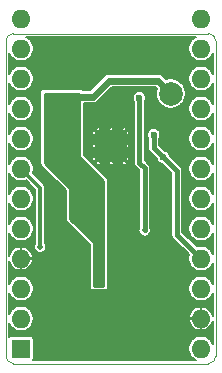
<source format=gbr>
%TF.GenerationSoftware,KiCad,Pcbnew,5.1.5+dfsg1-2~bpo10+1*%
%TF.CreationDate,Date%
%TF.ProjectId,ProMicro_LIPO,50726f4d-6963-4726-9f5f-4c49504f2e6b,v1.6*%
%TF.SameCoordinates,Original*%
%TF.FileFunction,Copper,L2,Bot*%
%TF.FilePolarity,Positive*%
%FSLAX45Y45*%
G04 Gerber Fmt 4.5, Leading zero omitted, Abs format (unit mm)*
G04 Created by KiCad*
%MOMM*%
%LPD*%
G04 APERTURE LIST*
%ADD10C,0.100000*%
%ADD11O,1.600000X1.600000*%
%ADD12R,1.600000X1.600000*%
%ADD13C,2.000000*%
%ADD14C,0.150000*%
%ADD15C,0.500000*%
%ADD16C,0.450000*%
%ADD17C,0.600000*%
%ADD18C,0.300000*%
%ADD19C,0.400000*%
%ADD20C,0.600000*%
%ADD21C,0.254000*%
%ADD22C,0.200000*%
%ADD23C,0.300000*%
%ADD24C,0.350000*%
G04 APERTURE END LIST*
D10*
X-127000Y-63500D02*
X-127000Y2603500D01*
X1651000Y2603500D02*
X1651000Y-63500D01*
X1651000Y-63500D02*
G75*
G02X1587500Y-127000I-63500J0D01*
G01*
X-63500Y-127000D02*
G75*
G02X-127000Y-63500I0J63500D01*
G01*
X-127000Y2603500D02*
G75*
G02X-63500Y2667000I63500J0D01*
G01*
X1587500Y2667000D02*
G75*
G02X1651000Y2603500I0J-63500D01*
G01*
X1587500Y2667000D02*
X-63500Y2667000D01*
X-63500Y-127000D02*
X1587500Y-127000D01*
D11*
X1524000Y0D03*
X1524000Y254000D03*
X1524000Y508000D03*
X0Y2794000D03*
X1524000Y762000D03*
X0Y2540000D03*
X1524000Y1016000D03*
X0Y2286000D03*
X1524000Y1270000D03*
X0Y2032000D03*
X1524000Y1524000D03*
X0Y1778000D03*
X1524000Y1778000D03*
X0Y1524000D03*
X1524000Y2032000D03*
X0Y1270000D03*
X1524000Y2286000D03*
X0Y1016000D03*
X1524000Y2540000D03*
X0Y762000D03*
X1524000Y2794000D03*
X0Y508000D03*
X0Y254000D03*
D12*
X0Y0D03*
D13*
X1270000Y2159000D03*
%TA.AperFunction,Conductor*%
D14*
G36*
X874351Y1849379D02*
G01*
X876789Y1849017D01*
X879179Y1848419D01*
X881499Y1847589D01*
X883727Y1846535D01*
X885840Y1845268D01*
X887820Y1843800D01*
X889645Y1842145D01*
X891300Y1840320D01*
X892768Y1838340D01*
X894035Y1836227D01*
X895089Y1833999D01*
X895919Y1831679D01*
X896517Y1829289D01*
X896879Y1826851D01*
X897000Y1824390D01*
X897000Y1604610D01*
X896879Y1602149D01*
X896517Y1599711D01*
X895919Y1597321D01*
X895089Y1595001D01*
X894035Y1592773D01*
X892768Y1590660D01*
X891300Y1588680D01*
X889645Y1586854D01*
X887820Y1585200D01*
X885840Y1583732D01*
X883727Y1582465D01*
X881499Y1581411D01*
X879179Y1580581D01*
X876789Y1579982D01*
X874351Y1579621D01*
X871890Y1579500D01*
X652110Y1579500D01*
X649649Y1579621D01*
X647211Y1579982D01*
X644821Y1580581D01*
X642501Y1581411D01*
X640273Y1582465D01*
X638160Y1583732D01*
X636180Y1585200D01*
X634355Y1586854D01*
X632700Y1588680D01*
X631232Y1590660D01*
X629965Y1592773D01*
X628911Y1595001D01*
X628081Y1597321D01*
X627483Y1599711D01*
X627121Y1602149D01*
X627000Y1604610D01*
X627000Y1824390D01*
X627121Y1826851D01*
X627483Y1829289D01*
X628081Y1831679D01*
X628911Y1833999D01*
X629965Y1836227D01*
X631232Y1838340D01*
X632700Y1840320D01*
X634355Y1842145D01*
X636180Y1843800D01*
X638160Y1845268D01*
X640273Y1846535D01*
X642501Y1847589D01*
X644821Y1848419D01*
X647211Y1849017D01*
X649649Y1849379D01*
X652110Y1849500D01*
X871890Y1849500D01*
X874351Y1849379D01*
G37*
%TD.AperFunction*%
D15*
X652000Y1604500D03*
X652000Y1714500D03*
X652000Y1824500D03*
X762000Y1604500D03*
X762000Y1714500D03*
X762000Y1824500D03*
X872000Y1604500D03*
X872000Y1714500D03*
X872000Y1824500D03*
X444500Y635000D03*
X406400Y838200D03*
X292100Y914400D03*
X88900Y2159000D03*
D16*
X774700Y1250950D03*
D15*
X546100Y736600D03*
X285750Y1079500D03*
X1238250Y1073150D03*
X889000Y0D03*
X698500Y0D03*
X698500Y254000D03*
X1270000Y0D03*
X254000Y254000D03*
X254000Y0D03*
X939800Y1536700D03*
X1206500Y1435100D03*
X1041400Y508000D03*
X1041400Y762000D03*
X571500Y1905000D03*
X571500Y2006600D03*
X139700Y2413000D03*
X1422400Y1905000D03*
X1422400Y1651000D03*
X88900Y1651000D03*
X88900Y1905000D03*
X889000Y254000D03*
X939800Y1308100D03*
X1447800Y1143000D03*
X1244600Y508000D03*
X1244600Y762000D03*
X520700Y2413000D03*
X520700Y2540000D03*
X520700Y2286000D03*
X1422400Y1397000D03*
X977900Y1473200D03*
X914400Y2070100D03*
X1079500Y2476500D03*
X1206500Y2476500D03*
X1447800Y2159000D03*
X1460500Y2413000D03*
X914400Y2184400D03*
X1117600Y2070100D03*
X164123Y862623D03*
D17*
X1123950Y1809750D03*
X1206500Y1619250D03*
D15*
X1047750Y1000750D03*
D17*
X1003300Y2120900D03*
D15*
X660400Y685800D03*
X241300Y2133600D03*
X317500Y2133600D03*
X569987Y1484387D03*
X476250Y1155700D03*
X241300Y1809750D03*
X495300Y1485900D03*
X234950Y1619250D03*
X495300Y1333500D03*
X571500Y1333500D03*
X393700Y2133600D03*
X661416Y787400D03*
X661924Y584200D03*
X969500Y2269000D03*
D18*
X0Y1524000D02*
X164123Y1359877D01*
X164123Y897978D02*
X164123Y862623D01*
X164123Y1359877D02*
X164123Y897978D01*
D19*
X1123950Y1701800D02*
X1123950Y1809750D01*
X1320800Y1504950D02*
X1123950Y1701800D01*
X1524000Y762000D02*
X1320800Y965200D01*
X1320800Y965200D02*
X1320800Y1504950D01*
X1003300Y1574800D02*
X1003300Y2120900D01*
X1047750Y1530350D02*
X1003300Y1574800D01*
X1047750Y1000750D02*
X1047750Y1530350D01*
D20*
X745000Y2269000D02*
X969500Y2269000D01*
X609600Y2133600D02*
X745000Y2269000D01*
X1160000Y2269000D02*
X969500Y2269000D01*
X1270000Y2159000D02*
X1160000Y2269000D01*
X609600Y2133600D02*
X393700Y2133600D01*
D14*
G36*
X1473080Y2635265D02*
G01*
X1455473Y2623501D01*
X1440499Y2608527D01*
X1428735Y2590920D01*
X1420631Y2571357D01*
X1416500Y2550588D01*
X1416500Y2529412D01*
X1420631Y2508643D01*
X1428735Y2489080D01*
X1440499Y2471473D01*
X1455473Y2456499D01*
X1473080Y2444735D01*
X1492643Y2436631D01*
X1513412Y2432500D01*
X1534588Y2432500D01*
X1555357Y2436631D01*
X1574920Y2444735D01*
X1592527Y2456499D01*
X1607501Y2471473D01*
X1619265Y2489080D01*
X1623500Y2499303D01*
X1623500Y2326697D01*
X1619265Y2336920D01*
X1607501Y2354527D01*
X1592527Y2369501D01*
X1574920Y2381265D01*
X1555357Y2389369D01*
X1534588Y2393500D01*
X1513412Y2393500D01*
X1492643Y2389369D01*
X1473080Y2381265D01*
X1455473Y2369501D01*
X1440499Y2354527D01*
X1428735Y2336920D01*
X1420631Y2317357D01*
X1416500Y2296588D01*
X1416500Y2275412D01*
X1420631Y2254643D01*
X1428735Y2235080D01*
X1440499Y2217473D01*
X1455473Y2202499D01*
X1473080Y2190735D01*
X1492643Y2182631D01*
X1513412Y2178500D01*
X1534588Y2178500D01*
X1555357Y2182631D01*
X1574920Y2190735D01*
X1592527Y2202499D01*
X1607501Y2217473D01*
X1619265Y2235080D01*
X1623500Y2245303D01*
X1623500Y2072697D01*
X1619265Y2082920D01*
X1607501Y2100527D01*
X1592527Y2115501D01*
X1574920Y2127265D01*
X1555357Y2135369D01*
X1534588Y2139500D01*
X1513412Y2139500D01*
X1492643Y2135369D01*
X1473080Y2127265D01*
X1455473Y2115501D01*
X1440499Y2100527D01*
X1428735Y2082920D01*
X1420631Y2063357D01*
X1416500Y2042588D01*
X1416500Y2021412D01*
X1420631Y2000643D01*
X1428735Y1981080D01*
X1440499Y1963473D01*
X1455473Y1948499D01*
X1473080Y1936735D01*
X1492643Y1928631D01*
X1513412Y1924500D01*
X1534588Y1924500D01*
X1555357Y1928631D01*
X1574920Y1936735D01*
X1592527Y1948499D01*
X1607501Y1963473D01*
X1619265Y1981080D01*
X1623500Y1991303D01*
X1623500Y1818697D01*
X1619265Y1828920D01*
X1607501Y1846527D01*
X1592527Y1861501D01*
X1574920Y1873265D01*
X1555357Y1881369D01*
X1534588Y1885500D01*
X1513412Y1885500D01*
X1492643Y1881369D01*
X1473080Y1873265D01*
X1455473Y1861501D01*
X1440499Y1846527D01*
X1428735Y1828920D01*
X1420631Y1809357D01*
X1416500Y1788588D01*
X1416500Y1767412D01*
X1420631Y1746643D01*
X1428735Y1727080D01*
X1440499Y1709473D01*
X1455473Y1694499D01*
X1473080Y1682735D01*
X1492643Y1674631D01*
X1513412Y1670500D01*
X1534588Y1670500D01*
X1555357Y1674631D01*
X1574920Y1682735D01*
X1592527Y1694499D01*
X1607501Y1709473D01*
X1619265Y1727080D01*
X1623500Y1737303D01*
X1623500Y1564697D01*
X1619265Y1574920D01*
X1607501Y1592527D01*
X1592527Y1607501D01*
X1574920Y1619265D01*
X1555357Y1627369D01*
X1534588Y1631500D01*
X1513412Y1631500D01*
X1492643Y1627369D01*
X1473080Y1619265D01*
X1455473Y1607501D01*
X1440499Y1592527D01*
X1428735Y1574920D01*
X1420631Y1555357D01*
X1416500Y1534588D01*
X1416500Y1513412D01*
X1420631Y1492643D01*
X1428735Y1473080D01*
X1440499Y1455473D01*
X1455473Y1440499D01*
X1473080Y1428735D01*
X1492643Y1420631D01*
X1513412Y1416500D01*
X1534588Y1416500D01*
X1555357Y1420631D01*
X1574920Y1428735D01*
X1592527Y1440499D01*
X1607501Y1455473D01*
X1619265Y1473080D01*
X1623500Y1483303D01*
X1623500Y1310697D01*
X1619265Y1320920D01*
X1607501Y1338527D01*
X1592527Y1353501D01*
X1574920Y1365265D01*
X1555357Y1373369D01*
X1534588Y1377500D01*
X1513412Y1377500D01*
X1492643Y1373369D01*
X1473080Y1365265D01*
X1455473Y1353501D01*
X1440499Y1338527D01*
X1428735Y1320920D01*
X1420631Y1301357D01*
X1416500Y1280588D01*
X1416500Y1259412D01*
X1420631Y1238643D01*
X1428735Y1219080D01*
X1440499Y1201473D01*
X1455473Y1186499D01*
X1473080Y1174735D01*
X1492643Y1166631D01*
X1513412Y1162500D01*
X1534588Y1162500D01*
X1555357Y1166631D01*
X1574920Y1174735D01*
X1592527Y1186499D01*
X1607501Y1201473D01*
X1619265Y1219080D01*
X1623500Y1229304D01*
X1623500Y1056697D01*
X1619265Y1066920D01*
X1607501Y1084527D01*
X1592527Y1099501D01*
X1574920Y1111265D01*
X1555357Y1119369D01*
X1534588Y1123500D01*
X1513412Y1123500D01*
X1492643Y1119369D01*
X1473080Y1111265D01*
X1455473Y1099501D01*
X1440499Y1084527D01*
X1428735Y1066920D01*
X1420631Y1047357D01*
X1416500Y1026588D01*
X1416500Y1005412D01*
X1420631Y984643D01*
X1428735Y965080D01*
X1440499Y947473D01*
X1455473Y932499D01*
X1473080Y920735D01*
X1492643Y912631D01*
X1513412Y908500D01*
X1534588Y908500D01*
X1555357Y912631D01*
X1574920Y920735D01*
X1592527Y932499D01*
X1607501Y947473D01*
X1619265Y965080D01*
X1623500Y975303D01*
X1623500Y802696D01*
X1619265Y812920D01*
X1607501Y830527D01*
X1592527Y845501D01*
X1574920Y857265D01*
X1555357Y865369D01*
X1534588Y869500D01*
X1513412Y869500D01*
X1492643Y865369D01*
X1489223Y863952D01*
X1368300Y984875D01*
X1368300Y1502617D01*
X1368530Y1504950D01*
X1367613Y1514262D01*
X1366523Y1517854D01*
X1364897Y1523215D01*
X1360486Y1531467D01*
X1354550Y1538700D01*
X1352737Y1540188D01*
X1263004Y1629921D01*
X1261790Y1636022D01*
X1257456Y1646486D01*
X1251163Y1655904D01*
X1243154Y1663913D01*
X1233737Y1670206D01*
X1223272Y1674540D01*
X1217171Y1675754D01*
X1171450Y1721475D01*
X1171450Y1777341D01*
X1174906Y1782513D01*
X1179240Y1792978D01*
X1181450Y1804087D01*
X1181450Y1815413D01*
X1179240Y1826522D01*
X1174906Y1836986D01*
X1168613Y1846404D01*
X1160604Y1854413D01*
X1151187Y1860706D01*
X1140722Y1865040D01*
X1129613Y1867250D01*
X1118287Y1867250D01*
X1107178Y1865040D01*
X1096714Y1860706D01*
X1087296Y1854413D01*
X1079287Y1846404D01*
X1072994Y1836986D01*
X1068660Y1826522D01*
X1066450Y1815413D01*
X1066450Y1804087D01*
X1068660Y1792978D01*
X1072994Y1782513D01*
X1076450Y1777341D01*
X1076450Y1704133D01*
X1076220Y1701800D01*
X1077137Y1692488D01*
X1079853Y1683535D01*
X1084264Y1675283D01*
X1090200Y1668050D01*
X1092013Y1666562D01*
X1149996Y1608579D01*
X1151210Y1602478D01*
X1155544Y1592013D01*
X1161837Y1582596D01*
X1169846Y1574587D01*
X1179264Y1568294D01*
X1189728Y1563960D01*
X1195829Y1562746D01*
X1273300Y1485275D01*
X1273300Y967533D01*
X1273070Y965200D01*
X1273912Y956653D01*
X1273987Y955888D01*
X1276703Y946935D01*
X1281114Y938683D01*
X1287050Y931450D01*
X1288863Y929962D01*
X1422048Y796777D01*
X1420631Y793357D01*
X1416500Y772588D01*
X1416500Y751412D01*
X1420631Y730643D01*
X1428735Y711080D01*
X1440499Y693473D01*
X1455473Y678499D01*
X1473080Y666735D01*
X1492643Y658631D01*
X1513412Y654500D01*
X1534588Y654500D01*
X1555357Y658631D01*
X1574920Y666735D01*
X1592527Y678499D01*
X1607501Y693473D01*
X1619265Y711080D01*
X1623500Y721303D01*
X1623500Y548697D01*
X1619265Y558920D01*
X1607501Y576527D01*
X1592527Y591501D01*
X1574920Y603265D01*
X1555357Y611369D01*
X1534588Y615500D01*
X1513412Y615500D01*
X1492643Y611369D01*
X1473080Y603265D01*
X1455473Y591501D01*
X1440499Y576527D01*
X1428735Y558920D01*
X1420631Y539357D01*
X1416500Y518588D01*
X1416500Y497412D01*
X1420631Y476643D01*
X1428735Y457080D01*
X1440499Y439473D01*
X1455473Y424499D01*
X1473080Y412735D01*
X1492643Y404631D01*
X1513412Y400500D01*
X1534588Y400500D01*
X1555357Y404631D01*
X1574920Y412735D01*
X1592527Y424499D01*
X1607501Y439473D01*
X1619265Y457080D01*
X1623500Y467303D01*
X1623500Y277749D01*
X1618104Y294630D01*
X1608369Y312208D01*
X1595392Y327549D01*
X1579672Y340064D01*
X1561812Y349271D01*
X1542499Y354817D01*
X1526500Y350845D01*
X1526500Y256500D01*
X1528500Y256500D01*
X1528500Y251500D01*
X1526500Y251500D01*
X1526500Y157155D01*
X1542499Y153183D01*
X1561812Y158729D01*
X1579672Y167937D01*
X1595392Y180451D01*
X1608369Y195792D01*
X1618104Y213370D01*
X1623500Y230251D01*
X1623500Y40696D01*
X1619265Y50920D01*
X1607501Y68527D01*
X1592527Y83501D01*
X1574920Y95265D01*
X1555357Y103369D01*
X1534588Y107500D01*
X1513412Y107500D01*
X1492643Y103369D01*
X1473080Y95265D01*
X1455473Y83501D01*
X1440499Y68527D01*
X1428735Y50920D01*
X1420631Y31357D01*
X1416500Y10588D01*
X1416500Y-10588D01*
X1420631Y-31357D01*
X1428735Y-50920D01*
X1440499Y-68527D01*
X1455473Y-83501D01*
X1473080Y-95265D01*
X1483303Y-99500D01*
X99572Y-99500D01*
X102976Y-95352D01*
X105530Y-90575D01*
X107102Y-85391D01*
X107633Y-80000D01*
X107633Y80000D01*
X107102Y85391D01*
X105530Y90575D01*
X102976Y95352D01*
X99539Y99539D01*
X95352Y102976D01*
X90575Y105530D01*
X85391Y107102D01*
X80000Y107633D01*
X-80000Y107633D01*
X-85391Y107102D01*
X-90575Y105530D01*
X-95352Y102976D01*
X-99500Y99572D01*
X-99500Y213303D01*
X-95265Y203080D01*
X-83501Y185473D01*
X-68527Y170499D01*
X-50920Y158735D01*
X-31357Y150631D01*
X-10588Y146500D01*
X10588Y146500D01*
X31357Y150631D01*
X50920Y158735D01*
X68527Y170499D01*
X83501Y185473D01*
X95265Y203080D01*
X103369Y222643D01*
X105926Y235501D01*
X1423183Y235501D01*
X1423778Y232510D01*
X1429896Y213370D01*
X1439631Y195792D01*
X1452608Y180451D01*
X1468328Y167937D01*
X1486188Y158729D01*
X1505501Y153183D01*
X1521500Y157155D01*
X1521500Y251500D01*
X1427157Y251500D01*
X1423183Y235501D01*
X105926Y235501D01*
X107500Y243412D01*
X107500Y264588D01*
X105926Y272499D01*
X1423183Y272499D01*
X1427157Y256500D01*
X1521500Y256500D01*
X1521500Y350845D01*
X1505501Y354817D01*
X1486188Y349271D01*
X1468328Y340064D01*
X1452608Y327549D01*
X1439631Y312208D01*
X1429896Y294630D01*
X1423778Y275490D01*
X1423183Y272499D01*
X105926Y272499D01*
X103369Y285357D01*
X95265Y304920D01*
X83501Y322527D01*
X68527Y337501D01*
X50920Y349265D01*
X31357Y357369D01*
X10588Y361500D01*
X-10588Y361500D01*
X-31357Y357369D01*
X-50920Y349265D01*
X-68527Y337501D01*
X-83501Y322527D01*
X-95265Y304920D01*
X-99500Y294697D01*
X-99500Y467303D01*
X-95265Y457080D01*
X-83501Y439473D01*
X-68527Y424499D01*
X-50920Y412735D01*
X-31357Y404631D01*
X-10588Y400500D01*
X10588Y400500D01*
X31357Y404631D01*
X50920Y412735D01*
X68527Y424499D01*
X83501Y439473D01*
X95265Y457080D01*
X103369Y476643D01*
X107500Y497412D01*
X107500Y518588D01*
X103369Y539357D01*
X95265Y558920D01*
X83501Y576527D01*
X68527Y591501D01*
X50920Y603265D01*
X31357Y611369D01*
X10588Y615500D01*
X-10588Y615500D01*
X-31357Y611369D01*
X-50920Y603265D01*
X-68527Y591501D01*
X-83501Y576527D01*
X-95265Y558920D01*
X-99500Y548697D01*
X-99500Y738251D01*
X-94104Y721370D01*
X-84369Y703792D01*
X-71392Y688451D01*
X-55672Y675937D01*
X-37812Y666729D01*
X-18499Y661183D01*
X-2500Y665155D01*
X-2500Y759500D01*
X2500Y759500D01*
X2500Y665155D01*
X18499Y661183D01*
X37812Y666729D01*
X55672Y675937D01*
X71392Y688451D01*
X84369Y703792D01*
X94104Y721370D01*
X100222Y740510D01*
X100817Y743501D01*
X96843Y759500D01*
X2500Y759500D01*
X-2500Y759500D01*
X-4500Y759500D01*
X-4500Y764500D01*
X-2500Y764500D01*
X-2500Y858845D01*
X2500Y858845D01*
X2500Y764500D01*
X96843Y764500D01*
X100817Y780499D01*
X100222Y783490D01*
X94104Y802630D01*
X84369Y820208D01*
X71392Y835549D01*
X55672Y848063D01*
X37812Y857271D01*
X18499Y862817D01*
X2500Y858845D01*
X-2500Y858845D01*
X-18499Y862817D01*
X-37812Y857271D01*
X-55672Y848063D01*
X-71392Y835549D01*
X-84369Y820208D01*
X-94104Y802630D01*
X-99500Y785749D01*
X-99500Y975303D01*
X-95265Y965080D01*
X-83501Y947473D01*
X-68527Y932499D01*
X-50920Y920735D01*
X-31357Y912631D01*
X-10588Y908500D01*
X10588Y908500D01*
X31357Y912631D01*
X50920Y920735D01*
X68527Y932499D01*
X83501Y947473D01*
X95265Y965080D01*
X103369Y984643D01*
X107500Y1005412D01*
X107500Y1026588D01*
X103369Y1047357D01*
X95265Y1066920D01*
X83501Y1084527D01*
X68527Y1099501D01*
X50920Y1111265D01*
X31357Y1119369D01*
X10588Y1123500D01*
X-10588Y1123500D01*
X-31357Y1119369D01*
X-50920Y1111265D01*
X-68527Y1099501D01*
X-83501Y1084527D01*
X-95265Y1066920D01*
X-99500Y1056697D01*
X-99500Y1229303D01*
X-95265Y1219080D01*
X-83501Y1201473D01*
X-68527Y1186499D01*
X-50920Y1174735D01*
X-31357Y1166631D01*
X-10588Y1162500D01*
X10588Y1162500D01*
X31357Y1166631D01*
X50920Y1174735D01*
X68527Y1186499D01*
X83501Y1201473D01*
X95265Y1219080D01*
X103369Y1238643D01*
X107500Y1259412D01*
X107500Y1280588D01*
X103369Y1301357D01*
X95265Y1320920D01*
X83501Y1338527D01*
X68527Y1353501D01*
X50920Y1365265D01*
X31357Y1373369D01*
X10588Y1377500D01*
X-10588Y1377500D01*
X-31357Y1373369D01*
X-50920Y1365265D01*
X-68527Y1353501D01*
X-83501Y1338527D01*
X-95265Y1320920D01*
X-99500Y1310697D01*
X-99500Y1483303D01*
X-95265Y1473080D01*
X-83501Y1455473D01*
X-68527Y1440499D01*
X-50920Y1428735D01*
X-31357Y1420631D01*
X-10588Y1416500D01*
X10588Y1416500D01*
X31357Y1420631D01*
X39777Y1424119D01*
X121623Y1342273D01*
X121623Y900067D01*
X121623Y900066D01*
X121623Y893515D01*
X117598Y887491D01*
X113640Y877937D01*
X111623Y867794D01*
X111623Y857452D01*
X113640Y847309D01*
X117598Y837755D01*
X123343Y829156D01*
X130656Y821844D01*
X139255Y816098D01*
X148809Y812141D01*
X158952Y810123D01*
X169294Y810123D01*
X179436Y812141D01*
X188991Y816098D01*
X197590Y821844D01*
X204902Y829156D01*
X210648Y837755D01*
X214605Y847309D01*
X216623Y857452D01*
X216623Y867794D01*
X214605Y877937D01*
X210648Y887491D01*
X206623Y893515D01*
X206623Y1357791D01*
X206828Y1359877D01*
X206623Y1361964D01*
X206623Y1361965D01*
X206008Y1368209D01*
X203578Y1376220D01*
X199631Y1383603D01*
X194320Y1390075D01*
X192699Y1391405D01*
X99881Y1484223D01*
X103369Y1492643D01*
X107500Y1513412D01*
X107500Y1534588D01*
X103369Y1555357D01*
X95265Y1574920D01*
X83501Y1592527D01*
X68527Y1607501D01*
X50920Y1619265D01*
X31357Y1627369D01*
X10588Y1631500D01*
X-10588Y1631500D01*
X-31357Y1627369D01*
X-50920Y1619265D01*
X-68527Y1607501D01*
X-83501Y1592527D01*
X-95265Y1574920D01*
X-99500Y1564697D01*
X-99500Y1737303D01*
X-95265Y1727080D01*
X-83501Y1709473D01*
X-68527Y1694499D01*
X-50920Y1682735D01*
X-31357Y1674631D01*
X-10588Y1670500D01*
X10588Y1670500D01*
X31357Y1674631D01*
X50920Y1682735D01*
X68527Y1694499D01*
X83501Y1709473D01*
X95265Y1727080D01*
X103369Y1746643D01*
X107500Y1767412D01*
X107500Y1788588D01*
X103369Y1809357D01*
X95265Y1828920D01*
X83501Y1846527D01*
X68527Y1861501D01*
X50920Y1873265D01*
X31357Y1881369D01*
X10588Y1885500D01*
X-10588Y1885500D01*
X-31357Y1881369D01*
X-50920Y1873265D01*
X-68527Y1861501D01*
X-83501Y1846527D01*
X-95265Y1828920D01*
X-99500Y1818697D01*
X-99500Y1991303D01*
X-95265Y1981080D01*
X-83501Y1963473D01*
X-68527Y1948499D01*
X-50920Y1936735D01*
X-31357Y1928631D01*
X-10588Y1924500D01*
X10588Y1924500D01*
X31357Y1928631D01*
X50920Y1936735D01*
X68527Y1948499D01*
X83501Y1963473D01*
X95265Y1981080D01*
X103369Y2000643D01*
X107500Y2021412D01*
X107500Y2042588D01*
X103369Y2063357D01*
X95265Y2082920D01*
X83501Y2100527D01*
X68527Y2115501D01*
X50920Y2127265D01*
X31357Y2135369D01*
X10588Y2139500D01*
X-10588Y2139500D01*
X-31357Y2135369D01*
X-50920Y2127265D01*
X-68527Y2115501D01*
X-83501Y2100527D01*
X-95265Y2082920D01*
X-99500Y2072697D01*
X-99500Y2171700D01*
X163000Y2171700D01*
X163000Y1568450D01*
X163490Y1563282D01*
X165017Y1558112D01*
X167524Y1553339D01*
X170913Y1549147D01*
X378900Y1338102D01*
X378900Y1089025D01*
X379471Y1083448D01*
X381077Y1078302D01*
X383656Y1073567D01*
X387108Y1069427D01*
X582100Y877482D01*
X582100Y520700D01*
X582628Y515335D01*
X584193Y510176D01*
X586735Y505422D01*
X590155Y501255D01*
X594322Y497835D01*
X599076Y495293D01*
X604235Y493728D01*
X609600Y493200D01*
X711200Y493200D01*
X716565Y493728D01*
X721724Y495293D01*
X726478Y497835D01*
X730645Y501255D01*
X734065Y505422D01*
X736607Y510176D01*
X738172Y515335D01*
X738700Y520700D01*
X738700Y1422400D01*
X738172Y1427765D01*
X736607Y1432924D01*
X734065Y1437678D01*
X730645Y1441845D01*
X599479Y1573012D01*
X624048Y1573012D01*
X626006Y1564469D01*
X634315Y1560167D01*
X643304Y1557569D01*
X652627Y1556774D01*
X661926Y1557814D01*
X670843Y1560647D01*
X677994Y1564469D01*
X679952Y1573012D01*
X734048Y1573012D01*
X736006Y1564469D01*
X744315Y1560167D01*
X753304Y1557569D01*
X762627Y1556774D01*
X771925Y1557814D01*
X780843Y1560647D01*
X787994Y1564469D01*
X789952Y1573012D01*
X844048Y1573012D01*
X846006Y1564469D01*
X854315Y1560167D01*
X863304Y1557569D01*
X872627Y1556774D01*
X881925Y1557814D01*
X890843Y1560647D01*
X897994Y1564469D01*
X899952Y1573012D01*
X872000Y1600964D01*
X844048Y1573012D01*
X789952Y1573012D01*
X762000Y1600964D01*
X734048Y1573012D01*
X679952Y1573012D01*
X652000Y1600964D01*
X624048Y1573012D01*
X599479Y1573012D01*
X568618Y1603873D01*
X604274Y1603873D01*
X605314Y1594574D01*
X608147Y1585657D01*
X611969Y1578506D01*
X620512Y1576548D01*
X648465Y1604500D01*
X655536Y1604500D01*
X683488Y1576548D01*
X692031Y1578506D01*
X696333Y1586815D01*
X698931Y1595804D01*
X699619Y1603873D01*
X714274Y1603873D01*
X715314Y1594574D01*
X718147Y1585657D01*
X721969Y1578506D01*
X730512Y1576548D01*
X758464Y1604500D01*
X765535Y1604500D01*
X793488Y1576548D01*
X802031Y1578506D01*
X806333Y1586815D01*
X808931Y1595804D01*
X809619Y1603873D01*
X824274Y1603873D01*
X825314Y1594574D01*
X828147Y1585657D01*
X831969Y1578506D01*
X840512Y1576548D01*
X868464Y1604500D01*
X875535Y1604500D01*
X903488Y1576548D01*
X912031Y1578506D01*
X916333Y1586815D01*
X918931Y1595804D01*
X919726Y1605127D01*
X918686Y1614425D01*
X915853Y1623343D01*
X912031Y1630494D01*
X903488Y1632452D01*
X875535Y1604500D01*
X868464Y1604500D01*
X840512Y1632452D01*
X831969Y1630494D01*
X827667Y1622185D01*
X825069Y1613196D01*
X824274Y1603873D01*
X809619Y1603873D01*
X809726Y1605127D01*
X808686Y1614425D01*
X805853Y1623343D01*
X802031Y1630494D01*
X793488Y1632452D01*
X765535Y1604500D01*
X758464Y1604500D01*
X730512Y1632452D01*
X721969Y1630494D01*
X717667Y1622185D01*
X715069Y1613196D01*
X714274Y1603873D01*
X699619Y1603873D01*
X699726Y1605127D01*
X698686Y1614425D01*
X695853Y1623343D01*
X692031Y1630494D01*
X683488Y1632452D01*
X655536Y1604500D01*
X648465Y1604500D01*
X620512Y1632452D01*
X611969Y1630494D01*
X607667Y1622185D01*
X605069Y1613196D01*
X604274Y1603873D01*
X568618Y1603873D01*
X536503Y1635988D01*
X624048Y1635988D01*
X652000Y1608035D01*
X679952Y1635988D01*
X734048Y1635988D01*
X762000Y1608035D01*
X789952Y1635988D01*
X844048Y1635988D01*
X872000Y1608035D01*
X899952Y1635988D01*
X897994Y1644531D01*
X889685Y1648833D01*
X880696Y1651431D01*
X871373Y1652226D01*
X862074Y1651186D01*
X853157Y1648353D01*
X846006Y1644531D01*
X844048Y1635988D01*
X789952Y1635988D01*
X787994Y1644531D01*
X779685Y1648833D01*
X770696Y1651431D01*
X761373Y1652226D01*
X752074Y1651186D01*
X743157Y1648353D01*
X736006Y1644531D01*
X734048Y1635988D01*
X679952Y1635988D01*
X677994Y1644531D01*
X669685Y1648833D01*
X660696Y1651431D01*
X651373Y1652226D01*
X642075Y1651186D01*
X633157Y1648353D01*
X626006Y1644531D01*
X624048Y1635988D01*
X536503Y1635988D01*
X535500Y1636991D01*
X535500Y1683012D01*
X624048Y1683012D01*
X626006Y1674469D01*
X634315Y1670167D01*
X643304Y1667569D01*
X652627Y1666774D01*
X661926Y1667814D01*
X670843Y1670647D01*
X677994Y1674469D01*
X679952Y1683012D01*
X734048Y1683012D01*
X736006Y1674469D01*
X744315Y1670167D01*
X753304Y1667569D01*
X762627Y1666774D01*
X771925Y1667814D01*
X780843Y1670647D01*
X787994Y1674469D01*
X789952Y1683012D01*
X844048Y1683012D01*
X846006Y1674469D01*
X854315Y1670167D01*
X863304Y1667569D01*
X872627Y1666774D01*
X881925Y1667814D01*
X890843Y1670647D01*
X897994Y1674469D01*
X899952Y1683012D01*
X872000Y1710964D01*
X844048Y1683012D01*
X789952Y1683012D01*
X762000Y1710964D01*
X734048Y1683012D01*
X679952Y1683012D01*
X652000Y1710964D01*
X624048Y1683012D01*
X535500Y1683012D01*
X535500Y1713873D01*
X604274Y1713873D01*
X605314Y1704574D01*
X608147Y1695657D01*
X611969Y1688506D01*
X620512Y1686548D01*
X648465Y1714500D01*
X655536Y1714500D01*
X683488Y1686548D01*
X692031Y1688506D01*
X696333Y1696815D01*
X698931Y1705804D01*
X699619Y1713873D01*
X714274Y1713873D01*
X715314Y1704574D01*
X718147Y1695657D01*
X721969Y1688506D01*
X730512Y1686548D01*
X758464Y1714500D01*
X765535Y1714500D01*
X793488Y1686548D01*
X802031Y1688506D01*
X806333Y1696815D01*
X808931Y1705804D01*
X809619Y1713873D01*
X824274Y1713873D01*
X825314Y1704574D01*
X828147Y1695657D01*
X831969Y1688506D01*
X840512Y1686548D01*
X868464Y1714500D01*
X875535Y1714500D01*
X903488Y1686548D01*
X912031Y1688506D01*
X916333Y1696815D01*
X918931Y1705804D01*
X919726Y1715127D01*
X918686Y1724425D01*
X915853Y1733343D01*
X912031Y1740494D01*
X903488Y1742452D01*
X875535Y1714500D01*
X868464Y1714500D01*
X840512Y1742452D01*
X831969Y1740494D01*
X827667Y1732185D01*
X825069Y1723196D01*
X824274Y1713873D01*
X809619Y1713873D01*
X809726Y1715127D01*
X808686Y1724425D01*
X805853Y1733343D01*
X802031Y1740494D01*
X793488Y1742452D01*
X765535Y1714500D01*
X758464Y1714500D01*
X730512Y1742452D01*
X721969Y1740494D01*
X717667Y1732185D01*
X715069Y1723196D01*
X714274Y1713873D01*
X699619Y1713873D01*
X699726Y1715127D01*
X698686Y1724425D01*
X695853Y1733343D01*
X692031Y1740494D01*
X683488Y1742452D01*
X655536Y1714500D01*
X648465Y1714500D01*
X620512Y1742452D01*
X611969Y1740494D01*
X607667Y1732185D01*
X605069Y1723196D01*
X604274Y1713873D01*
X535500Y1713873D01*
X535500Y1745988D01*
X624048Y1745988D01*
X652000Y1718035D01*
X679952Y1745988D01*
X734048Y1745988D01*
X762000Y1718035D01*
X789952Y1745988D01*
X844048Y1745988D01*
X872000Y1718035D01*
X899952Y1745988D01*
X897994Y1754531D01*
X889685Y1758833D01*
X880696Y1761431D01*
X871373Y1762226D01*
X862074Y1761186D01*
X853157Y1758353D01*
X846006Y1754531D01*
X844048Y1745988D01*
X789952Y1745988D01*
X787994Y1754531D01*
X779685Y1758833D01*
X770696Y1761431D01*
X761373Y1762226D01*
X752074Y1761186D01*
X743157Y1758353D01*
X736006Y1754531D01*
X734048Y1745988D01*
X679952Y1745988D01*
X677994Y1754531D01*
X669685Y1758833D01*
X660696Y1761431D01*
X651373Y1762226D01*
X642075Y1761186D01*
X633157Y1758353D01*
X626006Y1754531D01*
X624048Y1745988D01*
X535500Y1745988D01*
X535500Y1793012D01*
X624048Y1793012D01*
X626006Y1784469D01*
X634315Y1780167D01*
X643304Y1777569D01*
X652627Y1776774D01*
X661926Y1777814D01*
X670843Y1780647D01*
X677994Y1784469D01*
X679952Y1793012D01*
X734048Y1793012D01*
X736006Y1784469D01*
X744315Y1780167D01*
X753304Y1777569D01*
X762627Y1776774D01*
X771925Y1777814D01*
X780843Y1780647D01*
X787994Y1784469D01*
X789952Y1793012D01*
X844048Y1793012D01*
X846006Y1784469D01*
X854315Y1780167D01*
X863304Y1777569D01*
X872627Y1776774D01*
X881925Y1777814D01*
X890843Y1780647D01*
X897994Y1784469D01*
X899952Y1793012D01*
X872000Y1820964D01*
X844048Y1793012D01*
X789952Y1793012D01*
X762000Y1820964D01*
X734048Y1793012D01*
X679952Y1793012D01*
X652000Y1820964D01*
X624048Y1793012D01*
X535500Y1793012D01*
X535500Y1823873D01*
X604274Y1823873D01*
X605314Y1814574D01*
X608147Y1805657D01*
X611969Y1798506D01*
X620512Y1796548D01*
X648465Y1824500D01*
X655536Y1824500D01*
X683488Y1796548D01*
X692031Y1798506D01*
X696333Y1806815D01*
X698931Y1815804D01*
X699619Y1823873D01*
X714274Y1823873D01*
X715314Y1814574D01*
X718147Y1805657D01*
X721969Y1798506D01*
X730512Y1796548D01*
X758464Y1824500D01*
X765535Y1824500D01*
X793488Y1796548D01*
X802031Y1798506D01*
X806333Y1806815D01*
X808931Y1815804D01*
X809619Y1823873D01*
X824274Y1823873D01*
X825314Y1814574D01*
X828147Y1805657D01*
X831969Y1798506D01*
X840512Y1796548D01*
X868464Y1824500D01*
X875535Y1824500D01*
X903488Y1796548D01*
X912031Y1798506D01*
X916333Y1806815D01*
X918931Y1815804D01*
X919726Y1825127D01*
X918686Y1834425D01*
X915853Y1843343D01*
X912031Y1850494D01*
X903488Y1852452D01*
X875535Y1824500D01*
X868464Y1824500D01*
X840512Y1852452D01*
X831969Y1850494D01*
X827667Y1842185D01*
X825069Y1833196D01*
X824274Y1823873D01*
X809619Y1823873D01*
X809726Y1825127D01*
X808686Y1834425D01*
X805853Y1843343D01*
X802031Y1850494D01*
X793488Y1852452D01*
X765535Y1824500D01*
X758464Y1824500D01*
X730512Y1852452D01*
X721969Y1850494D01*
X717667Y1842185D01*
X715069Y1833196D01*
X714274Y1823873D01*
X699619Y1823873D01*
X699726Y1825127D01*
X698686Y1834425D01*
X695853Y1843343D01*
X692031Y1850494D01*
X683488Y1852452D01*
X655536Y1824500D01*
X648465Y1824500D01*
X620512Y1852452D01*
X611969Y1850494D01*
X607667Y1842185D01*
X605069Y1833196D01*
X604274Y1823873D01*
X535500Y1823873D01*
X535500Y1855988D01*
X624048Y1855988D01*
X652000Y1828035D01*
X679952Y1855988D01*
X734048Y1855988D01*
X762000Y1828035D01*
X789952Y1855988D01*
X844048Y1855988D01*
X872000Y1828035D01*
X899952Y1855988D01*
X897994Y1864531D01*
X889685Y1868833D01*
X880696Y1871431D01*
X871373Y1872226D01*
X862074Y1871186D01*
X853157Y1868353D01*
X846006Y1864531D01*
X844048Y1855988D01*
X789952Y1855988D01*
X787994Y1864531D01*
X779685Y1868833D01*
X770696Y1871431D01*
X761373Y1872226D01*
X752074Y1871186D01*
X743157Y1868353D01*
X736006Y1864531D01*
X734048Y1855988D01*
X679952Y1855988D01*
X677994Y1864531D01*
X669685Y1868833D01*
X660696Y1871431D01*
X651373Y1872226D01*
X642075Y1871186D01*
X633157Y1868353D01*
X626006Y1864531D01*
X624048Y1855988D01*
X535500Y1855988D01*
X535500Y2076100D01*
X606776Y2076100D01*
X609600Y2075822D01*
X612424Y2076100D01*
X612425Y2076100D01*
X620872Y2076932D01*
X631711Y2080220D01*
X641700Y2085559D01*
X650455Y2092745D01*
X652257Y2094939D01*
X683881Y2126563D01*
X945800Y2126563D01*
X945800Y2115237D01*
X948010Y2104128D01*
X952344Y2093663D01*
X955800Y2088491D01*
X955800Y1577133D01*
X955570Y1574800D01*
X956487Y1565488D01*
X957104Y1563455D01*
X959203Y1556535D01*
X963614Y1548283D01*
X969550Y1541050D01*
X971363Y1539562D01*
X1000250Y1510675D01*
X1000250Y1023264D01*
X997268Y1016064D01*
X995250Y1005921D01*
X995250Y995579D01*
X997268Y985436D01*
X1001225Y975882D01*
X1006971Y967283D01*
X1014283Y959971D01*
X1022882Y954225D01*
X1032436Y950268D01*
X1042579Y948250D01*
X1052921Y948250D01*
X1063064Y950268D01*
X1072618Y954225D01*
X1081217Y959971D01*
X1088529Y967283D01*
X1094275Y975882D01*
X1098232Y985436D01*
X1100250Y995579D01*
X1100250Y1005921D01*
X1098232Y1016064D01*
X1095250Y1023264D01*
X1095250Y1528017D01*
X1095480Y1530350D01*
X1094563Y1539662D01*
X1093592Y1542862D01*
X1091847Y1548615D01*
X1087436Y1556867D01*
X1081500Y1564100D01*
X1079687Y1565588D01*
X1050800Y1594475D01*
X1050800Y2088491D01*
X1054256Y2093663D01*
X1058590Y2104128D01*
X1060800Y2115237D01*
X1060800Y2126563D01*
X1058590Y2137672D01*
X1054256Y2148137D01*
X1047963Y2157554D01*
X1039954Y2165563D01*
X1030536Y2171856D01*
X1020072Y2176190D01*
X1008963Y2178400D01*
X997637Y2178400D01*
X986528Y2176190D01*
X976063Y2171856D01*
X966646Y2165563D01*
X958637Y2157554D01*
X952344Y2148137D01*
X948010Y2137672D01*
X945800Y2126563D01*
X683881Y2126563D01*
X768817Y2211500D01*
X1136183Y2211500D01*
X1148599Y2199084D01*
X1147400Y2196190D01*
X1142500Y2171558D01*
X1142500Y2146442D01*
X1147400Y2121810D01*
X1157011Y2098606D01*
X1170964Y2077723D01*
X1188724Y2059964D01*
X1209606Y2046011D01*
X1232810Y2036400D01*
X1257442Y2031500D01*
X1282558Y2031500D01*
X1307190Y2036400D01*
X1330394Y2046011D01*
X1351277Y2059964D01*
X1369036Y2077723D01*
X1382989Y2098606D01*
X1392600Y2121810D01*
X1397500Y2146442D01*
X1397500Y2171558D01*
X1392600Y2196190D01*
X1382989Y2219394D01*
X1369036Y2240277D01*
X1351277Y2258036D01*
X1330394Y2271989D01*
X1307190Y2281600D01*
X1282558Y2286500D01*
X1257442Y2286500D01*
X1232810Y2281600D01*
X1229916Y2280402D01*
X1202657Y2307661D01*
X1200855Y2309855D01*
X1192100Y2317041D01*
X1182111Y2322380D01*
X1171272Y2325668D01*
X1162825Y2326500D01*
X1162824Y2326500D01*
X1160000Y2326778D01*
X1157176Y2326500D01*
X747824Y2326500D01*
X745000Y2326778D01*
X742176Y2326500D01*
X742175Y2326500D01*
X733728Y2325668D01*
X722889Y2322380D01*
X712900Y2317041D01*
X711053Y2315525D01*
X704145Y2309855D01*
X702344Y2307661D01*
X585783Y2191100D01*
X527483Y2191100D01*
X527445Y2191145D01*
X523278Y2194565D01*
X518524Y2197107D01*
X513365Y2198672D01*
X508000Y2199200D01*
X190500Y2199200D01*
X185135Y2198672D01*
X179976Y2197107D01*
X175222Y2194565D01*
X171055Y2191145D01*
X167635Y2186978D01*
X165093Y2182224D01*
X163528Y2177065D01*
X163000Y2171700D01*
X-99500Y2171700D01*
X-99500Y2245303D01*
X-95265Y2235080D01*
X-83501Y2217473D01*
X-68527Y2202499D01*
X-50920Y2190735D01*
X-31357Y2182631D01*
X-10588Y2178500D01*
X10588Y2178500D01*
X31357Y2182631D01*
X50920Y2190735D01*
X68527Y2202499D01*
X83501Y2217473D01*
X95265Y2235080D01*
X103369Y2254643D01*
X107500Y2275412D01*
X107500Y2296588D01*
X103369Y2317357D01*
X95265Y2336920D01*
X83501Y2354527D01*
X68527Y2369501D01*
X50920Y2381265D01*
X31357Y2389369D01*
X10588Y2393500D01*
X-10588Y2393500D01*
X-31357Y2389369D01*
X-50920Y2381265D01*
X-68527Y2369501D01*
X-83501Y2354527D01*
X-95265Y2336920D01*
X-99500Y2326697D01*
X-99500Y2499303D01*
X-95265Y2489080D01*
X-83501Y2471473D01*
X-68527Y2456499D01*
X-50920Y2444735D01*
X-31357Y2436631D01*
X-10588Y2432500D01*
X10588Y2432500D01*
X31357Y2436631D01*
X50920Y2444735D01*
X68527Y2456499D01*
X83501Y2471473D01*
X95265Y2489080D01*
X103369Y2508643D01*
X107500Y2529412D01*
X107500Y2550588D01*
X103369Y2571357D01*
X95265Y2590920D01*
X83501Y2608527D01*
X68527Y2623501D01*
X50920Y2635265D01*
X40697Y2639500D01*
X1483303Y2639500D01*
X1473080Y2635265D01*
G37*
X1473080Y2635265D02*
X1455473Y2623501D01*
X1440499Y2608527D01*
X1428735Y2590920D01*
X1420631Y2571357D01*
X1416500Y2550588D01*
X1416500Y2529412D01*
X1420631Y2508643D01*
X1428735Y2489080D01*
X1440499Y2471473D01*
X1455473Y2456499D01*
X1473080Y2444735D01*
X1492643Y2436631D01*
X1513412Y2432500D01*
X1534588Y2432500D01*
X1555357Y2436631D01*
X1574920Y2444735D01*
X1592527Y2456499D01*
X1607501Y2471473D01*
X1619265Y2489080D01*
X1623500Y2499303D01*
X1623500Y2326697D01*
X1619265Y2336920D01*
X1607501Y2354527D01*
X1592527Y2369501D01*
X1574920Y2381265D01*
X1555357Y2389369D01*
X1534588Y2393500D01*
X1513412Y2393500D01*
X1492643Y2389369D01*
X1473080Y2381265D01*
X1455473Y2369501D01*
X1440499Y2354527D01*
X1428735Y2336920D01*
X1420631Y2317357D01*
X1416500Y2296588D01*
X1416500Y2275412D01*
X1420631Y2254643D01*
X1428735Y2235080D01*
X1440499Y2217473D01*
X1455473Y2202499D01*
X1473080Y2190735D01*
X1492643Y2182631D01*
X1513412Y2178500D01*
X1534588Y2178500D01*
X1555357Y2182631D01*
X1574920Y2190735D01*
X1592527Y2202499D01*
X1607501Y2217473D01*
X1619265Y2235080D01*
X1623500Y2245303D01*
X1623500Y2072697D01*
X1619265Y2082920D01*
X1607501Y2100527D01*
X1592527Y2115501D01*
X1574920Y2127265D01*
X1555357Y2135369D01*
X1534588Y2139500D01*
X1513412Y2139500D01*
X1492643Y2135369D01*
X1473080Y2127265D01*
X1455473Y2115501D01*
X1440499Y2100527D01*
X1428735Y2082920D01*
X1420631Y2063357D01*
X1416500Y2042588D01*
X1416500Y2021412D01*
X1420631Y2000643D01*
X1428735Y1981080D01*
X1440499Y1963473D01*
X1455473Y1948499D01*
X1473080Y1936735D01*
X1492643Y1928631D01*
X1513412Y1924500D01*
X1534588Y1924500D01*
X1555357Y1928631D01*
X1574920Y1936735D01*
X1592527Y1948499D01*
X1607501Y1963473D01*
X1619265Y1981080D01*
X1623500Y1991303D01*
X1623500Y1818697D01*
X1619265Y1828920D01*
X1607501Y1846527D01*
X1592527Y1861501D01*
X1574920Y1873265D01*
X1555357Y1881369D01*
X1534588Y1885500D01*
X1513412Y1885500D01*
X1492643Y1881369D01*
X1473080Y1873265D01*
X1455473Y1861501D01*
X1440499Y1846527D01*
X1428735Y1828920D01*
X1420631Y1809357D01*
X1416500Y1788588D01*
X1416500Y1767412D01*
X1420631Y1746643D01*
X1428735Y1727080D01*
X1440499Y1709473D01*
X1455473Y1694499D01*
X1473080Y1682735D01*
X1492643Y1674631D01*
X1513412Y1670500D01*
X1534588Y1670500D01*
X1555357Y1674631D01*
X1574920Y1682735D01*
X1592527Y1694499D01*
X1607501Y1709473D01*
X1619265Y1727080D01*
X1623500Y1737303D01*
X1623500Y1564697D01*
X1619265Y1574920D01*
X1607501Y1592527D01*
X1592527Y1607501D01*
X1574920Y1619265D01*
X1555357Y1627369D01*
X1534588Y1631500D01*
X1513412Y1631500D01*
X1492643Y1627369D01*
X1473080Y1619265D01*
X1455473Y1607501D01*
X1440499Y1592527D01*
X1428735Y1574920D01*
X1420631Y1555357D01*
X1416500Y1534588D01*
X1416500Y1513412D01*
X1420631Y1492643D01*
X1428735Y1473080D01*
X1440499Y1455473D01*
X1455473Y1440499D01*
X1473080Y1428735D01*
X1492643Y1420631D01*
X1513412Y1416500D01*
X1534588Y1416500D01*
X1555357Y1420631D01*
X1574920Y1428735D01*
X1592527Y1440499D01*
X1607501Y1455473D01*
X1619265Y1473080D01*
X1623500Y1483303D01*
X1623500Y1310697D01*
X1619265Y1320920D01*
X1607501Y1338527D01*
X1592527Y1353501D01*
X1574920Y1365265D01*
X1555357Y1373369D01*
X1534588Y1377500D01*
X1513412Y1377500D01*
X1492643Y1373369D01*
X1473080Y1365265D01*
X1455473Y1353501D01*
X1440499Y1338527D01*
X1428735Y1320920D01*
X1420631Y1301357D01*
X1416500Y1280588D01*
X1416500Y1259412D01*
X1420631Y1238643D01*
X1428735Y1219080D01*
X1440499Y1201473D01*
X1455473Y1186499D01*
X1473080Y1174735D01*
X1492643Y1166631D01*
X1513412Y1162500D01*
X1534588Y1162500D01*
X1555357Y1166631D01*
X1574920Y1174735D01*
X1592527Y1186499D01*
X1607501Y1201473D01*
X1619265Y1219080D01*
X1623500Y1229304D01*
X1623500Y1056697D01*
X1619265Y1066920D01*
X1607501Y1084527D01*
X1592527Y1099501D01*
X1574920Y1111265D01*
X1555357Y1119369D01*
X1534588Y1123500D01*
X1513412Y1123500D01*
X1492643Y1119369D01*
X1473080Y1111265D01*
X1455473Y1099501D01*
X1440499Y1084527D01*
X1428735Y1066920D01*
X1420631Y1047357D01*
X1416500Y1026588D01*
X1416500Y1005412D01*
X1420631Y984643D01*
X1428735Y965080D01*
X1440499Y947473D01*
X1455473Y932499D01*
X1473080Y920735D01*
X1492643Y912631D01*
X1513412Y908500D01*
X1534588Y908500D01*
X1555357Y912631D01*
X1574920Y920735D01*
X1592527Y932499D01*
X1607501Y947473D01*
X1619265Y965080D01*
X1623500Y975303D01*
X1623500Y802696D01*
X1619265Y812920D01*
X1607501Y830527D01*
X1592527Y845501D01*
X1574920Y857265D01*
X1555357Y865369D01*
X1534588Y869500D01*
X1513412Y869500D01*
X1492643Y865369D01*
X1489223Y863952D01*
X1368300Y984875D01*
X1368300Y1502617D01*
X1368530Y1504950D01*
X1367613Y1514262D01*
X1366523Y1517854D01*
X1364897Y1523215D01*
X1360486Y1531467D01*
X1354550Y1538700D01*
X1352737Y1540188D01*
X1263004Y1629921D01*
X1261790Y1636022D01*
X1257456Y1646486D01*
X1251163Y1655904D01*
X1243154Y1663913D01*
X1233737Y1670206D01*
X1223272Y1674540D01*
X1217171Y1675754D01*
X1171450Y1721475D01*
X1171450Y1777341D01*
X1174906Y1782513D01*
X1179240Y1792978D01*
X1181450Y1804087D01*
X1181450Y1815413D01*
X1179240Y1826522D01*
X1174906Y1836986D01*
X1168613Y1846404D01*
X1160604Y1854413D01*
X1151187Y1860706D01*
X1140722Y1865040D01*
X1129613Y1867250D01*
X1118287Y1867250D01*
X1107178Y1865040D01*
X1096714Y1860706D01*
X1087296Y1854413D01*
X1079287Y1846404D01*
X1072994Y1836986D01*
X1068660Y1826522D01*
X1066450Y1815413D01*
X1066450Y1804087D01*
X1068660Y1792978D01*
X1072994Y1782513D01*
X1076450Y1777341D01*
X1076450Y1704133D01*
X1076220Y1701800D01*
X1077137Y1692488D01*
X1079853Y1683535D01*
X1084264Y1675283D01*
X1090200Y1668050D01*
X1092013Y1666562D01*
X1149996Y1608579D01*
X1151210Y1602478D01*
X1155544Y1592013D01*
X1161837Y1582596D01*
X1169846Y1574587D01*
X1179264Y1568294D01*
X1189728Y1563960D01*
X1195829Y1562746D01*
X1273300Y1485275D01*
X1273300Y967533D01*
X1273070Y965200D01*
X1273912Y956653D01*
X1273987Y955888D01*
X1276703Y946935D01*
X1281114Y938683D01*
X1287050Y931450D01*
X1288863Y929962D01*
X1422048Y796777D01*
X1420631Y793357D01*
X1416500Y772588D01*
X1416500Y751412D01*
X1420631Y730643D01*
X1428735Y711080D01*
X1440499Y693473D01*
X1455473Y678499D01*
X1473080Y666735D01*
X1492643Y658631D01*
X1513412Y654500D01*
X1534588Y654500D01*
X1555357Y658631D01*
X1574920Y666735D01*
X1592527Y678499D01*
X1607501Y693473D01*
X1619265Y711080D01*
X1623500Y721303D01*
X1623500Y548697D01*
X1619265Y558920D01*
X1607501Y576527D01*
X1592527Y591501D01*
X1574920Y603265D01*
X1555357Y611369D01*
X1534588Y615500D01*
X1513412Y615500D01*
X1492643Y611369D01*
X1473080Y603265D01*
X1455473Y591501D01*
X1440499Y576527D01*
X1428735Y558920D01*
X1420631Y539357D01*
X1416500Y518588D01*
X1416500Y497412D01*
X1420631Y476643D01*
X1428735Y457080D01*
X1440499Y439473D01*
X1455473Y424499D01*
X1473080Y412735D01*
X1492643Y404631D01*
X1513412Y400500D01*
X1534588Y400500D01*
X1555357Y404631D01*
X1574920Y412735D01*
X1592527Y424499D01*
X1607501Y439473D01*
X1619265Y457080D01*
X1623500Y467303D01*
X1623500Y277749D01*
X1618104Y294630D01*
X1608369Y312208D01*
X1595392Y327549D01*
X1579672Y340064D01*
X1561812Y349271D01*
X1542499Y354817D01*
X1526500Y350845D01*
X1526500Y256500D01*
X1528500Y256500D01*
X1528500Y251500D01*
X1526500Y251500D01*
X1526500Y157155D01*
X1542499Y153183D01*
X1561812Y158729D01*
X1579672Y167937D01*
X1595392Y180451D01*
X1608369Y195792D01*
X1618104Y213370D01*
X1623500Y230251D01*
X1623500Y40696D01*
X1619265Y50920D01*
X1607501Y68527D01*
X1592527Y83501D01*
X1574920Y95265D01*
X1555357Y103369D01*
X1534588Y107500D01*
X1513412Y107500D01*
X1492643Y103369D01*
X1473080Y95265D01*
X1455473Y83501D01*
X1440499Y68527D01*
X1428735Y50920D01*
X1420631Y31357D01*
X1416500Y10588D01*
X1416500Y-10588D01*
X1420631Y-31357D01*
X1428735Y-50920D01*
X1440499Y-68527D01*
X1455473Y-83501D01*
X1473080Y-95265D01*
X1483303Y-99500D01*
X99572Y-99500D01*
X102976Y-95352D01*
X105530Y-90575D01*
X107102Y-85391D01*
X107633Y-80000D01*
X107633Y80000D01*
X107102Y85391D01*
X105530Y90575D01*
X102976Y95352D01*
X99539Y99539D01*
X95352Y102976D01*
X90575Y105530D01*
X85391Y107102D01*
X80000Y107633D01*
X-80000Y107633D01*
X-85391Y107102D01*
X-90575Y105530D01*
X-95352Y102976D01*
X-99500Y99572D01*
X-99500Y213303D01*
X-95265Y203080D01*
X-83501Y185473D01*
X-68527Y170499D01*
X-50920Y158735D01*
X-31357Y150631D01*
X-10588Y146500D01*
X10588Y146500D01*
X31357Y150631D01*
X50920Y158735D01*
X68527Y170499D01*
X83501Y185473D01*
X95265Y203080D01*
X103369Y222643D01*
X105926Y235501D01*
X1423183Y235501D01*
X1423778Y232510D01*
X1429896Y213370D01*
X1439631Y195792D01*
X1452608Y180451D01*
X1468328Y167937D01*
X1486188Y158729D01*
X1505501Y153183D01*
X1521500Y157155D01*
X1521500Y251500D01*
X1427157Y251500D01*
X1423183Y235501D01*
X105926Y235501D01*
X107500Y243412D01*
X107500Y264588D01*
X105926Y272499D01*
X1423183Y272499D01*
X1427157Y256500D01*
X1521500Y256500D01*
X1521500Y350845D01*
X1505501Y354817D01*
X1486188Y349271D01*
X1468328Y340064D01*
X1452608Y327549D01*
X1439631Y312208D01*
X1429896Y294630D01*
X1423778Y275490D01*
X1423183Y272499D01*
X105926Y272499D01*
X103369Y285357D01*
X95265Y304920D01*
X83501Y322527D01*
X68527Y337501D01*
X50920Y349265D01*
X31357Y357369D01*
X10588Y361500D01*
X-10588Y361500D01*
X-31357Y357369D01*
X-50920Y349265D01*
X-68527Y337501D01*
X-83501Y322527D01*
X-95265Y304920D01*
X-99500Y294697D01*
X-99500Y467303D01*
X-95265Y457080D01*
X-83501Y439473D01*
X-68527Y424499D01*
X-50920Y412735D01*
X-31357Y404631D01*
X-10588Y400500D01*
X10588Y400500D01*
X31357Y404631D01*
X50920Y412735D01*
X68527Y424499D01*
X83501Y439473D01*
X95265Y457080D01*
X103369Y476643D01*
X107500Y497412D01*
X107500Y518588D01*
X103369Y539357D01*
X95265Y558920D01*
X83501Y576527D01*
X68527Y591501D01*
X50920Y603265D01*
X31357Y611369D01*
X10588Y615500D01*
X-10588Y615500D01*
X-31357Y611369D01*
X-50920Y603265D01*
X-68527Y591501D01*
X-83501Y576527D01*
X-95265Y558920D01*
X-99500Y548697D01*
X-99500Y738251D01*
X-94104Y721370D01*
X-84369Y703792D01*
X-71392Y688451D01*
X-55672Y675937D01*
X-37812Y666729D01*
X-18499Y661183D01*
X-2500Y665155D01*
X-2500Y759500D01*
X2500Y759500D01*
X2500Y665155D01*
X18499Y661183D01*
X37812Y666729D01*
X55672Y675937D01*
X71392Y688451D01*
X84369Y703792D01*
X94104Y721370D01*
X100222Y740510D01*
X100817Y743501D01*
X96843Y759500D01*
X2500Y759500D01*
X-2500Y759500D01*
X-4500Y759500D01*
X-4500Y764500D01*
X-2500Y764500D01*
X-2500Y858845D01*
X2500Y858845D01*
X2500Y764500D01*
X96843Y764500D01*
X100817Y780499D01*
X100222Y783490D01*
X94104Y802630D01*
X84369Y820208D01*
X71392Y835549D01*
X55672Y848063D01*
X37812Y857271D01*
X18499Y862817D01*
X2500Y858845D01*
X-2500Y858845D01*
X-18499Y862817D01*
X-37812Y857271D01*
X-55672Y848063D01*
X-71392Y835549D01*
X-84369Y820208D01*
X-94104Y802630D01*
X-99500Y785749D01*
X-99500Y975303D01*
X-95265Y965080D01*
X-83501Y947473D01*
X-68527Y932499D01*
X-50920Y920735D01*
X-31357Y912631D01*
X-10588Y908500D01*
X10588Y908500D01*
X31357Y912631D01*
X50920Y920735D01*
X68527Y932499D01*
X83501Y947473D01*
X95265Y965080D01*
X103369Y984643D01*
X107500Y1005412D01*
X107500Y1026588D01*
X103369Y1047357D01*
X95265Y1066920D01*
X83501Y1084527D01*
X68527Y1099501D01*
X50920Y1111265D01*
X31357Y1119369D01*
X10588Y1123500D01*
X-10588Y1123500D01*
X-31357Y1119369D01*
X-50920Y1111265D01*
X-68527Y1099501D01*
X-83501Y1084527D01*
X-95265Y1066920D01*
X-99500Y1056697D01*
X-99500Y1229303D01*
X-95265Y1219080D01*
X-83501Y1201473D01*
X-68527Y1186499D01*
X-50920Y1174735D01*
X-31357Y1166631D01*
X-10588Y1162500D01*
X10588Y1162500D01*
X31357Y1166631D01*
X50920Y1174735D01*
X68527Y1186499D01*
X83501Y1201473D01*
X95265Y1219080D01*
X103369Y1238643D01*
X107500Y1259412D01*
X107500Y1280588D01*
X103369Y1301357D01*
X95265Y1320920D01*
X83501Y1338527D01*
X68527Y1353501D01*
X50920Y1365265D01*
X31357Y1373369D01*
X10588Y1377500D01*
X-10588Y1377500D01*
X-31357Y1373369D01*
X-50920Y1365265D01*
X-68527Y1353501D01*
X-83501Y1338527D01*
X-95265Y1320920D01*
X-99500Y1310697D01*
X-99500Y1483303D01*
X-95265Y1473080D01*
X-83501Y1455473D01*
X-68527Y1440499D01*
X-50920Y1428735D01*
X-31357Y1420631D01*
X-10588Y1416500D01*
X10588Y1416500D01*
X31357Y1420631D01*
X39777Y1424119D01*
X121623Y1342273D01*
X121623Y900067D01*
X121623Y900066D01*
X121623Y893515D01*
X117598Y887491D01*
X113640Y877937D01*
X111623Y867794D01*
X111623Y857452D01*
X113640Y847309D01*
X117598Y837755D01*
X123343Y829156D01*
X130656Y821844D01*
X139255Y816098D01*
X148809Y812141D01*
X158952Y810123D01*
X169294Y810123D01*
X179436Y812141D01*
X188991Y816098D01*
X197590Y821844D01*
X204902Y829156D01*
X210648Y837755D01*
X214605Y847309D01*
X216623Y857452D01*
X216623Y867794D01*
X214605Y877937D01*
X210648Y887491D01*
X206623Y893515D01*
X206623Y1357791D01*
X206828Y1359877D01*
X206623Y1361964D01*
X206623Y1361965D01*
X206008Y1368209D01*
X203578Y1376220D01*
X199631Y1383603D01*
X194320Y1390075D01*
X192699Y1391405D01*
X99881Y1484223D01*
X103369Y1492643D01*
X107500Y1513412D01*
X107500Y1534588D01*
X103369Y1555357D01*
X95265Y1574920D01*
X83501Y1592527D01*
X68527Y1607501D01*
X50920Y1619265D01*
X31357Y1627369D01*
X10588Y1631500D01*
X-10588Y1631500D01*
X-31357Y1627369D01*
X-50920Y1619265D01*
X-68527Y1607501D01*
X-83501Y1592527D01*
X-95265Y1574920D01*
X-99500Y1564697D01*
X-99500Y1737303D01*
X-95265Y1727080D01*
X-83501Y1709473D01*
X-68527Y1694499D01*
X-50920Y1682735D01*
X-31357Y1674631D01*
X-10588Y1670500D01*
X10588Y1670500D01*
X31357Y1674631D01*
X50920Y1682735D01*
X68527Y1694499D01*
X83501Y1709473D01*
X95265Y1727080D01*
X103369Y1746643D01*
X107500Y1767412D01*
X107500Y1788588D01*
X103369Y1809357D01*
X95265Y1828920D01*
X83501Y1846527D01*
X68527Y1861501D01*
X50920Y1873265D01*
X31357Y1881369D01*
X10588Y1885500D01*
X-10588Y1885500D01*
X-31357Y1881369D01*
X-50920Y1873265D01*
X-68527Y1861501D01*
X-83501Y1846527D01*
X-95265Y1828920D01*
X-99500Y1818697D01*
X-99500Y1991303D01*
X-95265Y1981080D01*
X-83501Y1963473D01*
X-68527Y1948499D01*
X-50920Y1936735D01*
X-31357Y1928631D01*
X-10588Y1924500D01*
X10588Y1924500D01*
X31357Y1928631D01*
X50920Y1936735D01*
X68527Y1948499D01*
X83501Y1963473D01*
X95265Y1981080D01*
X103369Y2000643D01*
X107500Y2021412D01*
X107500Y2042588D01*
X103369Y2063357D01*
X95265Y2082920D01*
X83501Y2100527D01*
X68527Y2115501D01*
X50920Y2127265D01*
X31357Y2135369D01*
X10588Y2139500D01*
X-10588Y2139500D01*
X-31357Y2135369D01*
X-50920Y2127265D01*
X-68527Y2115501D01*
X-83501Y2100527D01*
X-95265Y2082920D01*
X-99500Y2072697D01*
X-99500Y2171700D01*
X163000Y2171700D01*
X163000Y1568450D01*
X163490Y1563282D01*
X165017Y1558112D01*
X167524Y1553339D01*
X170913Y1549147D01*
X378900Y1338102D01*
X378900Y1089025D01*
X379471Y1083448D01*
X381077Y1078302D01*
X383656Y1073567D01*
X387108Y1069427D01*
X582100Y877482D01*
X582100Y520700D01*
X582628Y515335D01*
X584193Y510176D01*
X586735Y505422D01*
X590155Y501255D01*
X594322Y497835D01*
X599076Y495293D01*
X604235Y493728D01*
X609600Y493200D01*
X711200Y493200D01*
X716565Y493728D01*
X721724Y495293D01*
X726478Y497835D01*
X730645Y501255D01*
X734065Y505422D01*
X736607Y510176D01*
X738172Y515335D01*
X738700Y520700D01*
X738700Y1422400D01*
X738172Y1427765D01*
X736607Y1432924D01*
X734065Y1437678D01*
X730645Y1441845D01*
X599479Y1573012D01*
X624048Y1573012D01*
X626006Y1564469D01*
X634315Y1560167D01*
X643304Y1557569D01*
X652627Y1556774D01*
X661926Y1557814D01*
X670843Y1560647D01*
X677994Y1564469D01*
X679952Y1573012D01*
X734048Y1573012D01*
X736006Y1564469D01*
X744315Y1560167D01*
X753304Y1557569D01*
X762627Y1556774D01*
X771925Y1557814D01*
X780843Y1560647D01*
X787994Y1564469D01*
X789952Y1573012D01*
X844048Y1573012D01*
X846006Y1564469D01*
X854315Y1560167D01*
X863304Y1557569D01*
X872627Y1556774D01*
X881925Y1557814D01*
X890843Y1560647D01*
X897994Y1564469D01*
X899952Y1573012D01*
X872000Y1600964D01*
X844048Y1573012D01*
X789952Y1573012D01*
X762000Y1600964D01*
X734048Y1573012D01*
X679952Y1573012D01*
X652000Y1600964D01*
X624048Y1573012D01*
X599479Y1573012D01*
X568618Y1603873D01*
X604274Y1603873D01*
X605314Y1594574D01*
X608147Y1585657D01*
X611969Y1578506D01*
X620512Y1576548D01*
X648465Y1604500D01*
X655536Y1604500D01*
X683488Y1576548D01*
X692031Y1578506D01*
X696333Y1586815D01*
X698931Y1595804D01*
X699619Y1603873D01*
X714274Y1603873D01*
X715314Y1594574D01*
X718147Y1585657D01*
X721969Y1578506D01*
X730512Y1576548D01*
X758464Y1604500D01*
X765535Y1604500D01*
X793488Y1576548D01*
X802031Y1578506D01*
X806333Y1586815D01*
X808931Y1595804D01*
X809619Y1603873D01*
X824274Y1603873D01*
X825314Y1594574D01*
X828147Y1585657D01*
X831969Y1578506D01*
X840512Y1576548D01*
X868464Y1604500D01*
X875535Y1604500D01*
X903488Y1576548D01*
X912031Y1578506D01*
X916333Y1586815D01*
X918931Y1595804D01*
X919726Y1605127D01*
X918686Y1614425D01*
X915853Y1623343D01*
X912031Y1630494D01*
X903488Y1632452D01*
X875535Y1604500D01*
X868464Y1604500D01*
X840512Y1632452D01*
X831969Y1630494D01*
X827667Y1622185D01*
X825069Y1613196D01*
X824274Y1603873D01*
X809619Y1603873D01*
X809726Y1605127D01*
X808686Y1614425D01*
X805853Y1623343D01*
X802031Y1630494D01*
X793488Y1632452D01*
X765535Y1604500D01*
X758464Y1604500D01*
X730512Y1632452D01*
X721969Y1630494D01*
X717667Y1622185D01*
X715069Y1613196D01*
X714274Y1603873D01*
X699619Y1603873D01*
X699726Y1605127D01*
X698686Y1614425D01*
X695853Y1623343D01*
X692031Y1630494D01*
X683488Y1632452D01*
X655536Y1604500D01*
X648465Y1604500D01*
X620512Y1632452D01*
X611969Y1630494D01*
X607667Y1622185D01*
X605069Y1613196D01*
X604274Y1603873D01*
X568618Y1603873D01*
X536503Y1635988D01*
X624048Y1635988D01*
X652000Y1608035D01*
X679952Y1635988D01*
X734048Y1635988D01*
X762000Y1608035D01*
X789952Y1635988D01*
X844048Y1635988D01*
X872000Y1608035D01*
X899952Y1635988D01*
X897994Y1644531D01*
X889685Y1648833D01*
X880696Y1651431D01*
X871373Y1652226D01*
X862074Y1651186D01*
X853157Y1648353D01*
X846006Y1644531D01*
X844048Y1635988D01*
X789952Y1635988D01*
X787994Y1644531D01*
X779685Y1648833D01*
X770696Y1651431D01*
X761373Y1652226D01*
X752074Y1651186D01*
X743157Y1648353D01*
X736006Y1644531D01*
X734048Y1635988D01*
X679952Y1635988D01*
X677994Y1644531D01*
X669685Y1648833D01*
X660696Y1651431D01*
X651373Y1652226D01*
X642075Y1651186D01*
X633157Y1648353D01*
X626006Y1644531D01*
X624048Y1635988D01*
X536503Y1635988D01*
X535500Y1636991D01*
X535500Y1683012D01*
X624048Y1683012D01*
X626006Y1674469D01*
X634315Y1670167D01*
X643304Y1667569D01*
X652627Y1666774D01*
X661926Y1667814D01*
X670843Y1670647D01*
X677994Y1674469D01*
X679952Y1683012D01*
X734048Y1683012D01*
X736006Y1674469D01*
X744315Y1670167D01*
X753304Y1667569D01*
X762627Y1666774D01*
X771925Y1667814D01*
X780843Y1670647D01*
X787994Y1674469D01*
X789952Y1683012D01*
X844048Y1683012D01*
X846006Y1674469D01*
X854315Y1670167D01*
X863304Y1667569D01*
X872627Y1666774D01*
X881925Y1667814D01*
X890843Y1670647D01*
X897994Y1674469D01*
X899952Y1683012D01*
X872000Y1710964D01*
X844048Y1683012D01*
X789952Y1683012D01*
X762000Y1710964D01*
X734048Y1683012D01*
X679952Y1683012D01*
X652000Y1710964D01*
X624048Y1683012D01*
X535500Y1683012D01*
X535500Y1713873D01*
X604274Y1713873D01*
X605314Y1704574D01*
X608147Y1695657D01*
X611969Y1688506D01*
X620512Y1686548D01*
X648465Y1714500D01*
X655536Y1714500D01*
X683488Y1686548D01*
X692031Y1688506D01*
X696333Y1696815D01*
X698931Y1705804D01*
X699619Y1713873D01*
X714274Y1713873D01*
X715314Y1704574D01*
X718147Y1695657D01*
X721969Y1688506D01*
X730512Y1686548D01*
X758464Y1714500D01*
X765535Y1714500D01*
X793488Y1686548D01*
X802031Y1688506D01*
X806333Y1696815D01*
X808931Y1705804D01*
X809619Y1713873D01*
X824274Y1713873D01*
X825314Y1704574D01*
X828147Y1695657D01*
X831969Y1688506D01*
X840512Y1686548D01*
X868464Y1714500D01*
X875535Y1714500D01*
X903488Y1686548D01*
X912031Y1688506D01*
X916333Y1696815D01*
X918931Y1705804D01*
X919726Y1715127D01*
X918686Y1724425D01*
X915853Y1733343D01*
X912031Y1740494D01*
X903488Y1742452D01*
X875535Y1714500D01*
X868464Y1714500D01*
X840512Y1742452D01*
X831969Y1740494D01*
X827667Y1732185D01*
X825069Y1723196D01*
X824274Y1713873D01*
X809619Y1713873D01*
X809726Y1715127D01*
X808686Y1724425D01*
X805853Y1733343D01*
X802031Y1740494D01*
X793488Y1742452D01*
X765535Y1714500D01*
X758464Y1714500D01*
X730512Y1742452D01*
X721969Y1740494D01*
X717667Y1732185D01*
X715069Y1723196D01*
X714274Y1713873D01*
X699619Y1713873D01*
X699726Y1715127D01*
X698686Y1724425D01*
X695853Y1733343D01*
X692031Y1740494D01*
X683488Y1742452D01*
X655536Y1714500D01*
X648465Y1714500D01*
X620512Y1742452D01*
X611969Y1740494D01*
X607667Y1732185D01*
X605069Y1723196D01*
X604274Y1713873D01*
X535500Y1713873D01*
X535500Y1745988D01*
X624048Y1745988D01*
X652000Y1718035D01*
X679952Y1745988D01*
X734048Y1745988D01*
X762000Y1718035D01*
X789952Y1745988D01*
X844048Y1745988D01*
X872000Y1718035D01*
X899952Y1745988D01*
X897994Y1754531D01*
X889685Y1758833D01*
X880696Y1761431D01*
X871373Y1762226D01*
X862074Y1761186D01*
X853157Y1758353D01*
X846006Y1754531D01*
X844048Y1745988D01*
X789952Y1745988D01*
X787994Y1754531D01*
X779685Y1758833D01*
X770696Y1761431D01*
X761373Y1762226D01*
X752074Y1761186D01*
X743157Y1758353D01*
X736006Y1754531D01*
X734048Y1745988D01*
X679952Y1745988D01*
X677994Y1754531D01*
X669685Y1758833D01*
X660696Y1761431D01*
X651373Y1762226D01*
X642075Y1761186D01*
X633157Y1758353D01*
X626006Y1754531D01*
X624048Y1745988D01*
X535500Y1745988D01*
X535500Y1793012D01*
X624048Y1793012D01*
X626006Y1784469D01*
X634315Y1780167D01*
X643304Y1777569D01*
X652627Y1776774D01*
X661926Y1777814D01*
X670843Y1780647D01*
X677994Y1784469D01*
X679952Y1793012D01*
X734048Y1793012D01*
X736006Y1784469D01*
X744315Y1780167D01*
X753304Y1777569D01*
X762627Y1776774D01*
X771925Y1777814D01*
X780843Y1780647D01*
X787994Y1784469D01*
X789952Y1793012D01*
X844048Y1793012D01*
X846006Y1784469D01*
X854315Y1780167D01*
X863304Y1777569D01*
X872627Y1776774D01*
X881925Y1777814D01*
X890843Y1780647D01*
X897994Y1784469D01*
X899952Y1793012D01*
X872000Y1820964D01*
X844048Y1793012D01*
X789952Y1793012D01*
X762000Y1820964D01*
X734048Y1793012D01*
X679952Y1793012D01*
X652000Y1820964D01*
X624048Y1793012D01*
X535500Y1793012D01*
X535500Y1823873D01*
X604274Y1823873D01*
X605314Y1814574D01*
X608147Y1805657D01*
X611969Y1798506D01*
X620512Y1796548D01*
X648465Y1824500D01*
X655536Y1824500D01*
X683488Y1796548D01*
X692031Y1798506D01*
X696333Y1806815D01*
X698931Y1815804D01*
X699619Y1823873D01*
X714274Y1823873D01*
X715314Y1814574D01*
X718147Y1805657D01*
X721969Y1798506D01*
X730512Y1796548D01*
X758464Y1824500D01*
X765535Y1824500D01*
X793488Y1796548D01*
X802031Y1798506D01*
X806333Y1806815D01*
X808931Y1815804D01*
X809619Y1823873D01*
X824274Y1823873D01*
X825314Y1814574D01*
X828147Y1805657D01*
X831969Y1798506D01*
X840512Y1796548D01*
X868464Y1824500D01*
X875535Y1824500D01*
X903488Y1796548D01*
X912031Y1798506D01*
X916333Y1806815D01*
X918931Y1815804D01*
X919726Y1825127D01*
X918686Y1834425D01*
X915853Y1843343D01*
X912031Y1850494D01*
X903488Y1852452D01*
X875535Y1824500D01*
X868464Y1824500D01*
X840512Y1852452D01*
X831969Y1850494D01*
X827667Y1842185D01*
X825069Y1833196D01*
X824274Y1823873D01*
X809619Y1823873D01*
X809726Y1825127D01*
X808686Y1834425D01*
X805853Y1843343D01*
X802031Y1850494D01*
X793488Y1852452D01*
X765535Y1824500D01*
X758464Y1824500D01*
X730512Y1852452D01*
X721969Y1850494D01*
X717667Y1842185D01*
X715069Y1833196D01*
X714274Y1823873D01*
X699619Y1823873D01*
X699726Y1825127D01*
X698686Y1834425D01*
X695853Y1843343D01*
X692031Y1850494D01*
X683488Y1852452D01*
X655536Y1824500D01*
X648465Y1824500D01*
X620512Y1852452D01*
X611969Y1850494D01*
X607667Y1842185D01*
X605069Y1833196D01*
X604274Y1823873D01*
X535500Y1823873D01*
X535500Y1855988D01*
X624048Y1855988D01*
X652000Y1828035D01*
X679952Y1855988D01*
X734048Y1855988D01*
X762000Y1828035D01*
X789952Y1855988D01*
X844048Y1855988D01*
X872000Y1828035D01*
X899952Y1855988D01*
X897994Y1864531D01*
X889685Y1868833D01*
X880696Y1871431D01*
X871373Y1872226D01*
X862074Y1871186D01*
X853157Y1868353D01*
X846006Y1864531D01*
X844048Y1855988D01*
X789952Y1855988D01*
X787994Y1864531D01*
X779685Y1868833D01*
X770696Y1871431D01*
X761373Y1872226D01*
X752074Y1871186D01*
X743157Y1868353D01*
X736006Y1864531D01*
X734048Y1855988D01*
X679952Y1855988D01*
X677994Y1864531D01*
X669685Y1868833D01*
X660696Y1871431D01*
X651373Y1872226D01*
X642075Y1871186D01*
X633157Y1868353D01*
X626006Y1864531D01*
X624048Y1855988D01*
X535500Y1855988D01*
X535500Y2076100D01*
X606776Y2076100D01*
X609600Y2075822D01*
X612424Y2076100D01*
X612425Y2076100D01*
X620872Y2076932D01*
X631711Y2080220D01*
X641700Y2085559D01*
X650455Y2092745D01*
X652257Y2094939D01*
X683881Y2126563D01*
X945800Y2126563D01*
X945800Y2115237D01*
X948010Y2104128D01*
X952344Y2093663D01*
X955800Y2088491D01*
X955800Y1577133D01*
X955570Y1574800D01*
X956487Y1565488D01*
X957104Y1563455D01*
X959203Y1556535D01*
X963614Y1548283D01*
X969550Y1541050D01*
X971363Y1539562D01*
X1000250Y1510675D01*
X1000250Y1023264D01*
X997268Y1016064D01*
X995250Y1005921D01*
X995250Y995579D01*
X997268Y985436D01*
X1001225Y975882D01*
X1006971Y967283D01*
X1014283Y959971D01*
X1022882Y954225D01*
X1032436Y950268D01*
X1042579Y948250D01*
X1052921Y948250D01*
X1063064Y950268D01*
X1072618Y954225D01*
X1081217Y959971D01*
X1088529Y967283D01*
X1094275Y975882D01*
X1098232Y985436D01*
X1100250Y995579D01*
X1100250Y1005921D01*
X1098232Y1016064D01*
X1095250Y1023264D01*
X1095250Y1528017D01*
X1095480Y1530350D01*
X1094563Y1539662D01*
X1093592Y1542862D01*
X1091847Y1548615D01*
X1087436Y1556867D01*
X1081500Y1564100D01*
X1079687Y1565588D01*
X1050800Y1594475D01*
X1050800Y2088491D01*
X1054256Y2093663D01*
X1058590Y2104128D01*
X1060800Y2115237D01*
X1060800Y2126563D01*
X1058590Y2137672D01*
X1054256Y2148137D01*
X1047963Y2157554D01*
X1039954Y2165563D01*
X1030536Y2171856D01*
X1020072Y2176190D01*
X1008963Y2178400D01*
X997637Y2178400D01*
X986528Y2176190D01*
X976063Y2171856D01*
X966646Y2165563D01*
X958637Y2157554D01*
X952344Y2148137D01*
X948010Y2137672D01*
X945800Y2126563D01*
X683881Y2126563D01*
X768817Y2211500D01*
X1136183Y2211500D01*
X1148599Y2199084D01*
X1147400Y2196190D01*
X1142500Y2171558D01*
X1142500Y2146442D01*
X1147400Y2121810D01*
X1157011Y2098606D01*
X1170964Y2077723D01*
X1188724Y2059964D01*
X1209606Y2046011D01*
X1232810Y2036400D01*
X1257442Y2031500D01*
X1282558Y2031500D01*
X1307190Y2036400D01*
X1330394Y2046011D01*
X1351277Y2059964D01*
X1369036Y2077723D01*
X1382989Y2098606D01*
X1392600Y2121810D01*
X1397500Y2146442D01*
X1397500Y2171558D01*
X1392600Y2196190D01*
X1382989Y2219394D01*
X1369036Y2240277D01*
X1351277Y2258036D01*
X1330394Y2271989D01*
X1307190Y2281600D01*
X1282558Y2286500D01*
X1257442Y2286500D01*
X1232810Y2281600D01*
X1229916Y2280402D01*
X1202657Y2307661D01*
X1200855Y2309855D01*
X1192100Y2317041D01*
X1182111Y2322380D01*
X1171272Y2325668D01*
X1162825Y2326500D01*
X1162824Y2326500D01*
X1160000Y2326778D01*
X1157176Y2326500D01*
X747824Y2326500D01*
X745000Y2326778D01*
X742176Y2326500D01*
X742175Y2326500D01*
X733728Y2325668D01*
X722889Y2322380D01*
X712900Y2317041D01*
X711053Y2315525D01*
X704145Y2309855D01*
X702344Y2307661D01*
X585783Y2191100D01*
X527483Y2191100D01*
X527445Y2191145D01*
X523278Y2194565D01*
X518524Y2197107D01*
X513365Y2198672D01*
X508000Y2199200D01*
X190500Y2199200D01*
X185135Y2198672D01*
X179976Y2197107D01*
X175222Y2194565D01*
X171055Y2191145D01*
X167635Y2186978D01*
X165093Y2182224D01*
X163528Y2177065D01*
X163000Y2171700D01*
X-99500Y2171700D01*
X-99500Y2245303D01*
X-95265Y2235080D01*
X-83501Y2217473D01*
X-68527Y2202499D01*
X-50920Y2190735D01*
X-31357Y2182631D01*
X-10588Y2178500D01*
X10588Y2178500D01*
X31357Y2182631D01*
X50920Y2190735D01*
X68527Y2202499D01*
X83501Y2217473D01*
X95265Y2235080D01*
X103369Y2254643D01*
X107500Y2275412D01*
X107500Y2296588D01*
X103369Y2317357D01*
X95265Y2336920D01*
X83501Y2354527D01*
X68527Y2369501D01*
X50920Y2381265D01*
X31357Y2389369D01*
X10588Y2393500D01*
X-10588Y2393500D01*
X-31357Y2389369D01*
X-50920Y2381265D01*
X-68527Y2369501D01*
X-83501Y2354527D01*
X-95265Y2336920D01*
X-99500Y2326697D01*
X-99500Y2499303D01*
X-95265Y2489080D01*
X-83501Y2471473D01*
X-68527Y2456499D01*
X-50920Y2444735D01*
X-31357Y2436631D01*
X-10588Y2432500D01*
X10588Y2432500D01*
X31357Y2436631D01*
X50920Y2444735D01*
X68527Y2456499D01*
X83501Y2471473D01*
X95265Y2489080D01*
X103369Y2508643D01*
X107500Y2529412D01*
X107500Y2550588D01*
X103369Y2571357D01*
X95265Y2590920D01*
X83501Y2608527D01*
X68527Y2623501D01*
X50920Y2635265D01*
X40697Y2639500D01*
X1483303Y2639500D01*
X1473080Y2635265D01*
D21*
G36*
X495300Y1625600D02*
G01*
X495544Y1623122D01*
X496267Y1620740D01*
X497440Y1618544D01*
X499020Y1616620D01*
X698500Y1417139D01*
X698500Y533400D01*
X622300Y533400D01*
X622300Y889000D01*
X622056Y891478D01*
X621333Y893860D01*
X620160Y896056D01*
X618509Y898051D01*
X419100Y1094344D01*
X419100Y1349375D01*
X418856Y1351853D01*
X418133Y1354235D01*
X416960Y1356431D01*
X415446Y1358290D01*
X203200Y1573656D01*
X203200Y2159000D01*
X495300Y2159000D01*
X495300Y1625600D01*
G37*
X495300Y1625600D02*
X495544Y1623122D01*
X496267Y1620740D01*
X497440Y1618544D01*
X499020Y1616620D01*
X698500Y1417139D01*
X698500Y533400D01*
X622300Y533400D01*
X622300Y889000D01*
X622056Y891478D01*
X621333Y893860D01*
X620160Y896056D01*
X618509Y898051D01*
X419100Y1094344D01*
X419100Y1349375D01*
X418856Y1351853D01*
X418133Y1354235D01*
X416960Y1356431D01*
X415446Y1358290D01*
X203200Y1573656D01*
X203200Y2159000D01*
X495300Y2159000D01*
X495300Y1625600D01*
D22*
X444500Y635000D03*
X406400Y838200D03*
X292100Y914400D03*
X88900Y2159000D03*
X774700Y1250950D03*
X546100Y736600D03*
X285750Y1079500D03*
X1238250Y1073150D03*
X889000Y0D03*
X698500Y0D03*
X698500Y254000D03*
X1270000Y0D03*
X254000Y254000D03*
X254000Y0D03*
X939800Y1536700D03*
X1206500Y1435100D03*
X1041400Y508000D03*
X1041400Y762000D03*
X571500Y1905000D03*
X571500Y2006600D03*
X139700Y2413000D03*
X1422400Y1905000D03*
X1422400Y1651000D03*
X88900Y1651000D03*
X88900Y1905000D03*
X889000Y254000D03*
X939800Y1308100D03*
X1447800Y1143000D03*
X1244600Y508000D03*
X1244600Y762000D03*
X520700Y2413000D03*
X520700Y2540000D03*
X520700Y2286000D03*
X1422400Y1397000D03*
X977900Y1473200D03*
X914400Y2070100D03*
X1079500Y2476500D03*
X1206500Y2476500D03*
X1447800Y2159000D03*
X1460500Y2413000D03*
X914400Y2184400D03*
X1117600Y2070100D03*
X164123Y862623D03*
D23*
X1123950Y1809750D03*
X1206500Y1619250D03*
D22*
X1047750Y1000750D03*
D23*
X1003300Y2120900D03*
D22*
X660400Y685800D03*
X241300Y2133600D03*
X317500Y2133600D03*
X569987Y1484387D03*
X476250Y1155700D03*
X241300Y1809750D03*
X495300Y1485900D03*
X234950Y1619250D03*
X495300Y1333500D03*
X571500Y1333500D03*
X393700Y2133600D03*
X661416Y787400D03*
X661924Y584200D03*
X969500Y2269000D03*
D24*
X1524000Y0D03*
X1524000Y254000D03*
X1524000Y508000D03*
X0Y2794000D03*
X1524000Y762000D03*
X0Y2540000D03*
X1524000Y1016000D03*
X0Y2286000D03*
X1524000Y1270000D03*
X0Y2032000D03*
X1524000Y1524000D03*
X0Y1778000D03*
X1524000Y1778000D03*
X0Y1524000D03*
X1524000Y2032000D03*
X0Y1270000D03*
X1524000Y2286000D03*
X0Y1016000D03*
X1524000Y2540000D03*
X0Y762000D03*
X1524000Y2794000D03*
X0Y508000D03*
X0Y254000D03*
X0Y0D03*
X1270000Y2159000D03*
D22*
X652000Y1604500D03*
X652000Y1714500D03*
X652000Y1824500D03*
X762000Y1604500D03*
X762000Y1714500D03*
X762000Y1824500D03*
X872000Y1604500D03*
X872000Y1714500D03*
X872000Y1824500D03*
M02*

</source>
